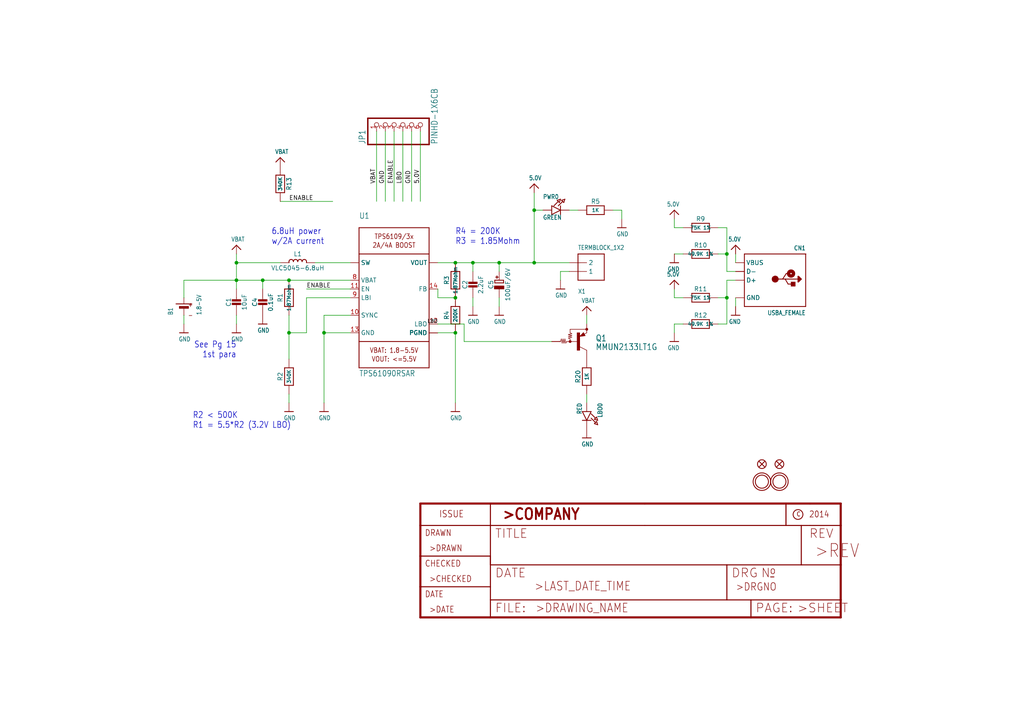
<source format=kicad_sch>
(kicad_sch (version 20211123) (generator eeschema)
  (paper "A4")
  (lib_symbols
    (symbol "eagleSchem-eagle-import:-PNP_DRIVER-SC59-BEC"
      (property "Reference" "T" (at -10.16 7.62 0))
      (property "Value" "-PNP_DRIVER-SC59-BEC" (at -10.16 5.08 0))
      (symbol "-PNP_DRIVER-SC59-BEC_1_0"
        (circle (center -2.286 0) (radius 0.254) (stroke (width 0.3048)))
        (rectangle (start -0.254 -2.54) (end 0.508 2.54) (fill (type outline)))
        (polyline (pts (xy -5.08 0) (xy -4.826 0.762)) (stroke (width 0.1524)))
        (polyline (pts (xy -4.826 0.762) (xy -4.572 -0.508)) (stroke (width 0.1524)))
        (polyline (pts (xy -4.572 -0.508) (xy -4.318 0.762)) (stroke (width 0.1524)))
        (polyline (pts (xy -4.318 0.762) (xy -4.064 -0.508)) (stroke (width 0.1524)))
        (polyline (pts (xy -4.064 -0.508) (xy -3.81 0.762)) (stroke (width 0.1524)))
        (polyline (pts (xy -3.81 0.762) (xy -3.556 -0.508)) (stroke (width 0.1524)))
        (polyline (pts (xy -3.556 -0.508) (xy -3.302 0)) (stroke (width 0.1524)))
        (polyline (pts (xy -3.302 0) (xy -2.286 0)) (stroke (width 0.1524)))
        (polyline (pts (xy -2.794 1.016) (xy -1.778 1.27)) (stroke (width 0.1524)))
        (polyline (pts (xy -2.794 1.524) (xy -1.778 1.778)) (stroke (width 0.1524)))
        (polyline (pts (xy -2.794 2.032) (xy -1.778 2.286)) (stroke (width 0.1524)))
        (polyline (pts (xy -2.286 0) (xy -2.286 0.762)) (stroke (width 0.1524)))
        (polyline (pts (xy -2.286 0) (xy -0.254 0)) (stroke (width 0.1524)))
        (polyline (pts (xy -2.286 0.762) (xy -2.794 1.016)) (stroke (width 0.1524)))
        (polyline (pts (xy -2.286 2.54) (xy -2.286 3.556)) (stroke (width 0.1524)))
        (polyline (pts (xy -2.286 3.556) (xy 2.54 3.556)) (stroke (width 0.1524)))
        (polyline (pts (xy -1.778 1.27) (xy -2.794 1.524)) (stroke (width 0.1524)))
        (polyline (pts (xy -1.778 1.778) (xy -2.794 2.032)) (stroke (width 0.1524)))
        (polyline (pts (xy -1.778 2.286) (xy -2.286 2.54)) (stroke (width 0.1524)))
        (polyline (pts (xy 0.5159 1.478) (xy 2.0861 1.6779)) (stroke (width 0.1524)))
        (polyline (pts (xy 0.762 1.651) (xy 1.778 1.778)) (stroke (width 0.254)))
        (polyline (pts (xy 1.143 1.905) (xy 1.524 1.905)) (stroke (width 0.254)))
        (polyline (pts (xy 1.524 2.159) (xy 1.143 1.905)) (stroke (width 0.254)))
        (polyline (pts (xy 1.524 2.413) (xy 0.762 1.651)) (stroke (width 0.254)))
        (polyline (pts (xy 1.5781 2.5941) (xy 0.5159 1.478)) (stroke (width 0.1524)))
        (polyline (pts (xy 1.778 1.778) (xy 1.524 2.159)) (stroke (width 0.254)))
        (polyline (pts (xy 1.905 1.778) (xy 1.524 2.413)) (stroke (width 0.254)))
        (polyline (pts (xy 2.0861 1.6779) (xy 1.5781 2.5941)) (stroke (width 0.1524)))
        (polyline (pts (xy 2.54 -2.54) (xy 0.508 -1.524)) (stroke (width 0.1524)))
        (polyline (pts (xy 2.54 2.54) (xy 1.808 2.1239)) (stroke (width 0.1524)))
        (circle (center 2.54 3.556) (radius 0.254) (stroke (width 0.3048)))
        (pin passive line (at -7.62 0 0) (length 2.54) (name "B") (number "B"))
        (pin passive line (at 2.54 -5.08 90) (length 2.54) (name "C") (number "C"))
        (pin passive line (at 2.54 5.08 270) (length 2.54) (name "E") (number "E"))
      )
    )
    (symbol "eagleSchem-eagle-import:5.0V" (power)
      (property "Value" "5.0V" (at -1.524 1.016 0))
      (symbol "5.0V_1_0"
        (polyline (pts (xy -1.27 -1.27) (xy 0 0)) (stroke (width 0.254)))
        (polyline (pts (xy 0 0) (xy 1.27 -1.27)) (stroke (width 0.254)))
        (pin power_in line (at 0 -2.54 90) (length 2.54) (name "5.0V") (number "1"))
      )
    )
    (symbol "eagleSchem-eagle-import:BATTERY"
      (property "Reference" "B" (at -2.54 3.175 0))
      (property "Value" "BATTERY" (at -2.54 -5.08 0))
      (symbol "BATTERY_1_0"
        (polyline (pts (xy -2.54 0) (xy -0.635 0)) (stroke (width 0.1524)))
        (polyline (pts (xy -0.508 -1.27) (xy -0.508 1.27)) (stroke (width 0.254)))
        (polyline (pts (xy -0.508 1.27) (xy -0.254 1.27)) (stroke (width 0.254)))
        (polyline (pts (xy -0.254 -1.27) (xy -0.508 -1.27)) (stroke (width 0.254)))
        (polyline (pts (xy -0.254 1.27) (xy -0.254 -1.27)) (stroke (width 0.254)))
        (polyline (pts (xy -0.254 1.27) (xy 0 1.27)) (stroke (width 0.254)))
        (polyline (pts (xy 0 -1.27) (xy -0.254 -1.27)) (stroke (width 0.254)))
        (polyline (pts (xy 0 1.27) (xy 0 -1.27)) (stroke (width 0.254)))
        (polyline (pts (xy 0.762 2.286) (xy 0.762 -2.286)) (stroke (width 0.254)))
        (polyline (pts (xy 0.889 0) (xy 2.54 0)) (stroke (width 0.1524)))
        (text "+" (at 1.27 -1.143 900) (effects (font (size 1.27 1.0795)) (justify right top)))
        (text "-" (at -1.778 -1.143 900) (effects (font (size 1.27 1.0795)) (justify right top)))
        (pin passive line (at -2.54 0 0) (length 0) (name "-") (number "1"))
        (pin passive line (at 2.54 0 180) (length 0) (name "+") (number "2"))
      )
    )
    (symbol "eagleSchem-eagle-import:CAP_CERAMIC0805-NOOUTLINE"
      (property "Reference" "C" (at -2.29 1.25 90))
      (property "Value" "CAP_CERAMIC0805-NOOUTLINE" (at 2.3 1.25 90))
      (symbol "CAP_CERAMIC0805-NOOUTLINE_1_0"
        (rectangle (start -1.27 0.508) (end 1.27 1.016) (fill (type outline)))
        (rectangle (start -1.27 1.524) (end 1.27 2.032) (fill (type outline)))
        (polyline (pts (xy 0 0.762) (xy 0 0)) (stroke (width 0.1524)))
        (polyline (pts (xy 0 2.54) (xy 0 1.778)) (stroke (width 0.1524)))
        (pin passive line (at 0 5.08 270) (length 2.54) (name "1") (number "1"))
        (pin passive line (at 0 -2.54 90) (length 2.54) (name "2") (number "2"))
      )
    )
    (symbol "eagleSchem-eagle-import:CAP_TANTALUMB{slash}3528_REFLOW"
      (property "Reference" "C" (at -2.39 1.25 90))
      (property "Value" "CAP_TANTALUMB{slash}3528_REFLOW" (at 2.5 1.25 90))
      (symbol "CAP_TANTALUMB{slash}3528_REFLOW_1_0"
        (rectangle (start -1.397 0) (end 1.397 0.889) (fill (type outline)))
        (polyline (pts (xy -1.27 1.778) (xy -1.27 2.54)) (stroke (width 0.254)))
        (polyline (pts (xy -1.27 2.54) (xy 1.27 2.54)) (stroke (width 0.254)))
        (polyline (pts (xy -1.016 3.429) (xy -0.254 3.429)) (stroke (width 0.254)))
        (polyline (pts (xy -0.635 3.81) (xy -0.635 3.048)) (stroke (width 0.254)))
        (polyline (pts (xy 1.27 1.778) (xy -1.27 1.778)) (stroke (width 0.254)))
        (polyline (pts (xy 1.27 2.54) (xy 1.27 1.778)) (stroke (width 0.254)))
        (pin passive line (at 0 5.08 270) (length 2.54) (name "+") (number "+"))
        (pin passive line (at 0 -2.54 90) (length 2.54) (name "-") (number "-"))
      )
    )
    (symbol "eagleSchem-eagle-import:FIDUCIAL{dblquote}{dblquote}"
      (symbol "FIDUCIAL{dblquote}{dblquote}_1_0"
        (polyline (pts (xy -0.762 0.762) (xy 0.762 -0.762)) (stroke (width 0.254)))
        (polyline (pts (xy 0.762 0.762) (xy -0.762 -0.762)) (stroke (width 0.254)))
        (circle (center 0 0) (radius 1.27) (stroke (width 0.254)))
      )
    )
    (symbol "eagleSchem-eagle-import:FRAME_A4"
      (symbol "FRAME_A4_1_0"
        (polyline (pts (xy 0 44.7675) (xy 3.81 44.7675)))
        (polyline (pts (xy 0 89.535) (xy 3.81 89.535)))
        (polyline (pts (xy 0 134.3025) (xy 3.81 134.3025)))
        (polyline (pts (xy 3.81 3.81) (xy 3.81 175.26)))
        (polyline (pts (xy 43.3917 0) (xy 43.3917 3.81)))
        (polyline (pts (xy 43.3917 175.26) (xy 43.3917 179.07)))
        (polyline (pts (xy 86.7833 0) (xy 86.7833 3.81)))
        (polyline (pts (xy 86.7833 175.26) (xy 86.7833 179.07)))
        (polyline (pts (xy 130.175 0) (xy 130.175 3.81)))
        (polyline (pts (xy 130.175 175.26) (xy 130.175 179.07)))
        (polyline (pts (xy 173.5667 0) (xy 173.5667 3.81)))
        (polyline (pts (xy 173.5667 175.26) (xy 173.5667 179.07)))
        (polyline (pts (xy 216.9583 0) (xy 216.9583 3.81)))
        (polyline (pts (xy 216.9583 175.26) (xy 216.9583 179.07)))
        (polyline (pts (xy 256.54 3.81) (xy 3.81 3.81)))
        (polyline (pts (xy 256.54 3.81) (xy 256.54 8.89)) (stroke (width 0.1016)))
        (polyline (pts (xy 256.54 3.81) (xy 256.54 175.26)))
        (polyline (pts (xy 256.54 8.89) (xy 256.54 13.97)) (stroke (width 0.1016)))
        (polyline (pts (xy 256.54 13.97) (xy 256.54 19.05)) (stroke (width 0.1016)))
        (polyline (pts (xy 256.54 19.05) (xy 256.54 36.83)) (stroke (width 0.1016)))
        (polyline (pts (xy 256.54 44.7675) (xy 260.35 44.7675)))
        (polyline (pts (xy 256.54 89.535) (xy 260.35 89.535)))
        (polyline (pts (xy 256.54 134.3025) (xy 260.35 134.3025)))
        (polyline (pts (xy 256.54 175.26) (xy 3.81 175.26)))
        (polyline (pts (xy 0 0) (xy 260.35 0) (xy 260.35 179.07) (xy 0 179.07) (xy 0 0)))
        (text "1" (at 21.6958 1.905 0) (effects (font (size 2.54 2.286))))
        (text "1" (at 21.6958 177.165 0) (effects (font (size 2.54 2.286))))
        (text "2" (at 65.0875 1.905 0) (effects (font (size 2.54 2.286))))
        (text "2" (at 65.0875 177.165 0) (effects (font (size 2.54 2.286))))
        (text "3" (at 108.4792 1.905 0) (effects (font (size 2.54 2.286))))
        (text "3" (at 108.4792 177.165 0) (effects (font (size 2.54 2.286))))
        (text "4" (at 151.8708 1.905 0) (effects (font (size 2.54 2.286))))
        (text "4" (at 151.8708 177.165 0) (effects (font (size 2.54 2.286))))
        (text "5" (at 195.2625 1.905 0) (effects (font (size 2.54 2.286))))
        (text "5" (at 195.2625 177.165 0) (effects (font (size 2.54 2.286))))
        (text "6" (at 238.6542 1.905 0) (effects (font (size 2.54 2.286))))
        (text "6" (at 238.6542 177.165 0) (effects (font (size 2.54 2.286))))
        (text "A" (at 1.905 156.6863 0) (effects (font (size 2.54 2.286))))
        (text "A" (at 258.445 156.6863 0) (effects (font (size 2.54 2.286))))
        (text "B" (at 1.905 111.9188 0) (effects (font (size 2.54 2.286))))
        (text "B" (at 258.445 111.9188 0) (effects (font (size 2.54 2.286))))
        (text "C" (at 1.905 67.1513 0) (effects (font (size 2.54 2.286))))
        (text "C" (at 258.445 67.1513 0) (effects (font (size 2.54 2.286))))
        (text "D" (at 1.905 22.3838 0) (effects (font (size 2.54 2.286))))
        (text "D" (at 258.445 22.3838 0) (effects (font (size 2.54 2.286))))
      )
      (symbol "FRAME_A4_2_0"
        (polyline (pts (xy 0 1.27) (xy 20.32 1.27)) (stroke (width 0.6096)))
        (polyline (pts (xy 0 10.16) (xy 0 1.27)) (stroke (width 0.6096)))
        (polyline (pts (xy 0 10.16) (xy 20.32 10.16)) (stroke (width 0.3048)))
        (polyline (pts (xy 0 19.05) (xy 0 10.16)) (stroke (width 0.6096)))
        (polyline (pts (xy 0 19.05) (xy 20.32 19.05)) (stroke (width 0.3048)))
        (polyline (pts (xy 0 27.94) (xy 0 19.05)) (stroke (width 0.6096)))
        (polyline (pts (xy 0 27.94) (xy 20.32 27.94)) (stroke (width 0.3048)))
        (polyline (pts (xy 0 34.29) (xy 0 27.94)) (stroke (width 0.6096)))
        (polyline (pts (xy 20.32 1.27) (xy 20.32 6.35)) (stroke (width 0.3048)))
        (polyline (pts (xy 20.32 1.27) (xy 95.885 1.27)) (stroke (width 0.6096)))
        (polyline (pts (xy 20.32 6.35) (xy 20.32 10.16)) (stroke (width 0.3048)))
        (polyline (pts (xy 20.32 6.35) (xy 88.9 6.35)) (stroke (width 0.3048)))
        (polyline (pts (xy 20.32 10.16) (xy 20.32 19.05)) (stroke (width 0.3048)))
        (polyline (pts (xy 20.32 16.51) (xy 20.32 19.05)) (stroke (width 0.3048)))
        (polyline (pts (xy 20.32 19.05) (xy 20.32 27.94)) (stroke (width 0.3048)))
        (polyline (pts (xy 20.32 27.94) (xy 20.32 34.29)) (stroke (width 0.3048)))
        (polyline (pts (xy 20.32 27.94) (xy 65.0875 27.94)) (stroke (width 0.3048)))
        (polyline (pts (xy 20.32 34.29) (xy 0 34.29)) (stroke (width 0.6096)))
        (polyline (pts (xy 65.0875 27.94) (xy 106.045 27.94)) (stroke (width 0.3048)))
        (polyline (pts (xy 65.0875 34.29) (xy 20.32 34.29)) (stroke (width 0.6096)))
        (polyline (pts (xy 88.9 6.35) (xy 95.885 6.35)) (stroke (width 0.3048)))
        (polyline (pts (xy 88.9 16.51) (xy 20.32 16.51)) (stroke (width 0.3048)))
        (polyline (pts (xy 88.9 16.51) (xy 88.9 6.35)) (stroke (width 0.3048)))
        (polyline (pts (xy 95.885 1.27) (xy 121.92 1.27)) (stroke (width 0.6096)))
        (polyline (pts (xy 95.885 6.35) (xy 95.885 1.27)) (stroke (width 0.3048)))
        (polyline (pts (xy 95.885 6.35) (xy 121.92 6.35)) (stroke (width 0.3048)))
        (polyline (pts (xy 101.6 13.0175) (xy 102.5525 13.0175)) (stroke (width 0.254)))
        (polyline (pts (xy 106.045 27.94) (xy 106.045 34.29)) (stroke (width 0.3048)))
        (polyline (pts (xy 106.045 27.94) (xy 110.49 27.94)) (stroke (width 0.3048)))
        (polyline (pts (xy 106.045 34.29) (xy 65.0875 34.29)) (stroke (width 0.6096)))
        (polyline (pts (xy 110.49 16.51) (xy 88.9 16.51)) (stroke (width 0.3048)))
        (polyline (pts (xy 110.49 27.94) (xy 110.49 16.51)) (stroke (width 0.3048)))
        (polyline (pts (xy 110.49 27.94) (xy 113.03 27.94)) (stroke (width 0.3048)))
        (polyline (pts (xy 113.03 27.94) (xy 121.92 27.94)) (stroke (width 0.3048)))
        (polyline (pts (xy 113.03 34.29) (xy 106.045 34.29)) (stroke (width 0.6096)))
        (polyline (pts (xy 121.92 6.35) (xy 121.92 1.27)) (stroke (width 0.6096)))
        (polyline (pts (xy 121.92 16.51) (xy 110.49 16.51)) (stroke (width 0.3048)))
        (polyline (pts (xy 121.92 16.51) (xy 121.92 6.35)) (stroke (width 0.6096)))
        (polyline (pts (xy 121.92 27.94) (xy 121.92 16.51)) (stroke (width 0.6096)))
        (polyline (pts (xy 121.92 34.29) (xy 113.03 34.29)) (stroke (width 0.6096)))
        (polyline (pts (xy 121.92 34.29) (xy 121.92 27.94)) (stroke (width 0.6096)))
        (circle (center 109.5375 31.115) (radius 1.4199) (stroke (width 0.254)))
        (text "2014" (at 112.7125 30.1625 0) (effects (font (size 1.778 1.5113)) (justify left bottom)))
        (text ">CHECKED" (at 2.54 11.43 0) (effects (font (size 1.778 1.5113)) (justify left bottom)))
        (text ">COMPANY" (at 23.6538 29.3687 0) (effects (font (size 3.175 2.6987) (thickness 0.5397) bold) (justify left bottom)))
        (text ">DATE" (at 2.54 2.54 0) (effects (font (size 1.778 1.5113)) (justify left bottom)))
        (text ">DRAWING_NAME" (at 33.3375 2.54 0) (effects (font (size 2.54 2.159)) (justify left bottom)))
        (text ">DRAWN" (at 2.54 20.32 0) (effects (font (size 1.778 1.5113)) (justify left bottom)))
        (text ">DRGNO" (at 91.44 8.89 0) (effects (font (size 2.1844 1.8567)) (justify left bottom)))
        (text ">LAST_DATE_TIME" (at 33.02 8.89 0) (effects (font (size 2.54 2.159)) (justify left bottom)))
        (text ">REV" (at 114.3 18.415 0) (effects (font (size 3.81 3.2385)) (justify left bottom)))
        (text ">SHEET" (at 109.22 2.54 0) (effects (font (size 2.54 2.54)) (justify left bottom)))
        (text "C" (at 109.0612 30.48 0) (effects (font (size 1.27 1.0795)) (justify left bottom)))
        (text "CHECKED" (at 1.27 15.875 0) (effects (font (size 1.778 1.5113)) (justify left bottom)))
        (text "DATE" (at 1.27 6.985 0) (effects (font (size 1.778 1.5113)) (justify left bottom)))
        (text "DATE" (at 21.59 12.7 0) (effects (font (size 2.54 2.54)) (justify left bottom)))
        (text "DRAWN" (at 1.27 24.765 0) (effects (font (size 1.778 1.5113)) (justify left bottom)))
        (text "DRG" (at 90.17 12.7 0) (effects (font (size 2.54 2.54)) (justify left bottom)))
        (text "FILE:" (at 21.59 2.54 0) (effects (font (size 2.54 2.54)) (justify left bottom)))
        (text "ISSUE" (at 5.3975 30.1625 0) (effects (font (size 1.9304 1.6408)) (justify left bottom)))
        (text "N" (at 98.7425 12.7 0) (effects (font (size 2.54 2.54)) (justify left bottom)))
        (text "o" (at 101.2825 13.6525 0) (effects (font (size 2.1844 1.8567)) (justify left bottom)))
        (text "PAGE:" (at 97.155 2.54 0) (effects (font (size 2.54 2.54)) (justify left bottom)))
        (text "REV" (at 112.7125 24.13 0) (effects (font (size 2.54 2.54)) (justify left bottom)))
        (text "TITLE" (at 21.59 24.13 0) (effects (font (size 2.54 2.54)) (justify left bottom)))
      )
    )
    (symbol "eagleSchem-eagle-import:GND" (power)
      (property "Value" "GND" (at -1.524 -2.54 0))
      (symbol "GND_1_0"
        (polyline (pts (xy -1.27 0) (xy 1.27 0)) (stroke (width 0.254)))
        (pin power_in line (at 0 2.54 270) (length 2.54) (name "GND") (number "1"))
      )
    )
    (symbol "eagleSchem-eagle-import:INDUCTORTDK_VLC5045"
      (property "Reference" "L" (at 0 2.54 0))
      (property "Value" "INDUCTORTDK_VLC5045" (at 0 -1.54 0))
      (symbol "INDUCTORTDK_VLC5045_1_0"
        (arc (start -1.27 0.3175) (mid -1.905 0.9524) (end -2.54 0.3175) (stroke (width 0.254)))
        (polyline (pts (xy -2.54 0.3175) (xy -2.54 0)) (stroke (width 0.254)))
        (polyline (pts (xy 2.54 0.3175) (xy 2.54 0)) (stroke (width 0.254)))
        (arc (start 0 0.3175) (mid -0.635 0.9524) (end -1.27 0.3175) (stroke (width 0.254)))
        (arc (start 1.27 0.3175) (mid 0.635 0.9524) (end 0 0.3175) (stroke (width 0.254)))
        (arc (start 2.54 0.3175) (mid 1.905 0.9524) (end 1.27 0.3175) (stroke (width 0.254)))
        (pin passive line (at -5.08 0 0) (length 2.54) (name "1") (number "P$1"))
        (pin passive line (at 5.08 0 180) (length 2.54) (name "2") (number "P$2"))
      )
    )
    (symbol "eagleSchem-eagle-import:LED0805_NOOUTLINE"
      (property "Reference" "LED" (at -5.08 3.175 0))
      (property "Value" "LED0805_NOOUTLINE" (at -5.08 -2.794 0))
      (symbol "LED0805_NOOUTLINE_1_0"
        (polyline (pts (xy -2.54 -1.27) (xy 0 0)) (stroke (width 0.254)))
        (polyline (pts (xy -2.54 1.27) (xy -2.54 -1.27)) (stroke (width 0.254)))
        (polyline (pts (xy -1.905 1.27) (xy -0.635 2.54)) (stroke (width 0.254)))
        (polyline (pts (xy -0.9525 2.8575) (xy -0.3175 2.2225)) (stroke (width 0.254)))
        (polyline (pts (xy -0.635 1.27) (xy 0.635 2.54)) (stroke (width 0.254)))
        (polyline (pts (xy -0.3175 2.2225) (xy 0 3.175)) (stroke (width 0.254)))
        (polyline (pts (xy 0 0) (xy -2.54 1.27)) (stroke (width 0.254)))
        (polyline (pts (xy 0 0) (xy 0 -1.27)) (stroke (width 0.254)))
        (polyline (pts (xy 0 1.27) (xy 0 0)) (stroke (width 0.254)))
        (polyline (pts (xy 0 3.175) (xy -0.9525 2.8575)) (stroke (width 0.254)))
        (polyline (pts (xy 0.3175 2.8575) (xy 0.9525 2.2225)) (stroke (width 0.254)))
        (polyline (pts (xy 0.9525 2.2225) (xy 1.27 3.175)) (stroke (width 0.254)))
        (polyline (pts (xy 1.27 3.175) (xy 0.3175 2.8575)) (stroke (width 0.254)))
        (pin passive line (at -5.08 0 0) (length 2.54) (name "A") (number "A"))
        (pin passive line (at 2.54 0 180) (length 2.54) (name "C") (number "C"))
      )
    )
    (symbol "eagleSchem-eagle-import:MOUNTINGHOLE2.5"
      (symbol "MOUNTINGHOLE2.5_1_0"
        (circle (center 0 0) (radius 1.905) (stroke (width 0.254)))
        (circle (center 0 0) (radius 2.54) (stroke (width 0.254)))
      )
    )
    (symbol "eagleSchem-eagle-import:PINHD-1X6CB"
      (property "Reference" "JP" (at -6.35 10.795 0))
      (property "Value" "PINHD-1X6CB" (at -6.35 -10.16 0))
      (symbol "PINHD-1X6CB_1_0"
        (polyline (pts (xy -6.35 -7.62) (xy 1.27 -7.62)) (stroke (width 0.4064)))
        (polyline (pts (xy -6.35 10.16) (xy -6.35 -7.62)) (stroke (width 0.4064)))
        (polyline (pts (xy 1.27 -7.62) (xy 1.27 10.16)) (stroke (width 0.4064)))
        (polyline (pts (xy 1.27 10.16) (xy -6.35 10.16)) (stroke (width 0.4064)))
        (pin passive inverted (at -2.54 7.62 0) (length 2.54) (name "1") (number "1"))
        (pin passive inverted (at -2.54 5.08 0) (length 2.54) (name "2") (number "2"))
        (pin passive inverted (at -2.54 2.54 0) (length 2.54) (name "3") (number "3"))
        (pin passive inverted (at -2.54 0 0) (length 2.54) (name "4") (number "4"))
        (pin passive inverted (at -2.54 -2.54 0) (length 2.54) (name "5") (number "5"))
        (pin passive inverted (at -2.54 -5.08 0) (length 2.54) (name "6") (number "6"))
      )
    )
    (symbol "eagleSchem-eagle-import:RESISTOR0805_NOOUTLINE"
      (property "Reference" "R" (at 0 2.54 0))
      (property "Value" "RESISTOR0805_NOOUTLINE" (at 0 0 0))
      (symbol "RESISTOR0805_NOOUTLINE_1_0"
        (polyline (pts (xy -2.54 -1.27) (xy -2.54 1.27)) (stroke (width 0.254)))
        (polyline (pts (xy -2.54 1.27) (xy 2.54 1.27)) (stroke (width 0.254)))
        (polyline (pts (xy 2.54 -1.27) (xy -2.54 -1.27)) (stroke (width 0.254)))
        (polyline (pts (xy 2.54 1.27) (xy 2.54 -1.27)) (stroke (width 0.254)))
        (pin passive line (at -5.08 0 0) (length 2.54) (name "1") (number "1"))
        (pin passive line (at 5.08 0 180) (length 2.54) (name "2") (number "2"))
      )
    )
    (symbol "eagleSchem-eagle-import:TERMBLOCK_1X2"
      (property "Reference" "X" (at -2.54 7.62 0))
      (property "Value" "TERMBLOCK_1X2" (at -2.54 -5.08 0))
      (symbol "TERMBLOCK_1X2_1_0"
        (polyline (pts (xy -2.54 -2.54) (xy 5.08 -2.54)) (stroke (width 0.254)))
        (polyline (pts (xy -2.54 5.08) (xy -2.54 -2.54)) (stroke (width 0.254)))
        (polyline (pts (xy 5.08 -2.54) (xy 5.08 5.08)) (stroke (width 0.254)))
        (polyline (pts (xy 5.08 5.08) (xy -2.54 5.08)) (stroke (width 0.254)))
        (pin passive line (at -5.08 2.54 0) (length 5.08) (name "1") (number "1"))
        (pin passive line (at -5.08 0 0) (length 5.08) (name "2") (number "2"))
      )
    )
    (symbol "eagleSchem-eagle-import:USB_TYPEAPTHFML"
      (property "Reference" "X" (at -10.16 8.636 0))
      (property "Value" "USB_TYPEAPTHFML" (at -10.16 -10.16 0))
      (symbol "USB_TYPEAPTHFML_1_0"
        (rectangle (start -7.12 -1.72) (end -5.92 -0.52) (fill (type outline)))
        (circle (center -5.92 1.93) (radius 0.2) (stroke (width 1)))
        (circle (center -1.32 0.33) (radius 0.5) (stroke (width 1)))
        (polyline (pts (xy -10.2 7.62) (xy -10.16 7.62)) (stroke (width 0.254)))
        (polyline (pts (xy -10.16 -7.62) (xy 7.62 -7.62)) (stroke (width 0.254)))
        (polyline (pts (xy -10.16 7.62) (xy -10.16 -7.62)) (stroke (width 0.254)))
        (polyline (pts (xy -10.16 7.62) (xy 7.62 7.62)) (stroke (width 0.254)))
        (polyline (pts (xy -8.92 0.33) (xy -8.12 1.13)) (stroke (width 0.254)))
        (polyline (pts (xy -8.52 0.13) (xy -8.32 -0.07)) (stroke (width 0.254)))
        (polyline (pts (xy -8.52 0.33) (xy -8.52 0.13)) (stroke (width 0.254)))
        (polyline (pts (xy -8.32 -0.07) (xy -8.32 0.73)) (stroke (width 0.254)))
        (polyline (pts (xy -8.32 0.73) (xy -8.72 0.33)) (stroke (width 0.254)))
        (polyline (pts (xy -8.12 -0.47) (xy -8.92 0.33)) (stroke (width 0.254)))
        (polyline (pts (xy -8.12 -0.27) (xy -8.12 1.13)) (stroke (width 0.254)))
        (polyline (pts (xy -8.12 1.13) (xy -7.92 1.13)) (stroke (width 0.254)))
        (polyline (pts (xy -7.92 -0.47) (xy -8.12 -0.47)) (stroke (width 0.254)))
        (polyline (pts (xy -7.92 0.33) (xy -7.92 -0.47)) (stroke (width 0.254)))
        (polyline (pts (xy -7.92 1.13) (xy -7.92 0.33)) (stroke (width 0.254)))
        (polyline (pts (xy -6.27 -1.12) (xy -5.07 -1.12)) (stroke (width 0.254)))
        (polyline (pts (xy -5.52 1.93) (xy -4.52 1.93)) (stroke (width 0.254)))
        (polyline (pts (xy -5.07 -1.12) (xy -4.22 0.33)) (stroke (width 0.254)))
        (polyline (pts (xy -4.52 1.93) (xy -3.47 0.33)) (stroke (width 0.254)))
        (polyline (pts (xy -4.22 0.33) (xy -7.92 0.33)) (stroke (width 0.254)))
        (polyline (pts (xy -3.47 0.33) (xy -4.22 0.33)) (stroke (width 0.254)))
        (polyline (pts (xy -1.32 0.33) (xy -3.47 0.33)) (stroke (width 0.254)))
        (polyline (pts (xy 7.62 7.62) (xy 7.62 -7.62)) (stroke (width 0.254)))
        (pin bidirectional line (at 10.16 0 180) (length 2.54) (name "D+") (number "D+"))
        (pin bidirectional line (at 10.16 2.54 180) (length 2.54) (name "D-") (number "D-"))
        (pin power_in line (at 10.16 -5.08 180) (length 2.54) (name "GND") (number "GND"))
        (pin power_in line (at 10.16 5.08 180) (length 2.54) (name "VBUS") (number "VBUS"))
      )
    )
    (symbol "eagleSchem-eagle-import:VBAT" (power)
      (property "Value" "VBAT" (at -1.524 1.016 0))
      (symbol "VBAT_1_0"
        (polyline (pts (xy -1.27 -1.27) (xy 0 0)) (stroke (width 0.254)))
        (polyline (pts (xy 0 0) (xy 1.27 -1.27)) (stroke (width 0.254)))
        (pin power_in line (at 0 -2.54 90) (length 2.54) (name "VBAT") (number "1"))
      )
    )
    (symbol "eagleSchem-eagle-import:VREG_TPS6103X"
      (property "Reference" "U" (at -10.16 22.86 0))
      (property "Value" "VREG_TPS6103X" (at -10.16 -22.86 0))
      (symbol "VREG_TPS6103X_1_0"
        (polyline (pts (xy -10.16 -20.32) (xy 10.16 -20.32)) (stroke (width 0.254)))
        (polyline (pts (xy -10.16 -12.7) (xy -10.16 -20.32)) (stroke (width 0.254)))
        (polyline (pts (xy -10.16 -12.7) (xy -10.16 12.7)) (stroke (width 0.254)))
        (polyline (pts (xy -10.16 12.7) (xy -10.16 20.32)) (stroke (width 0.254)))
        (polyline (pts (xy -10.16 12.7) (xy 10.16 12.7)) (stroke (width 0.254)))
        (polyline (pts (xy -10.16 20.32) (xy 10.16 20.32)) (stroke (width 0.254)))
        (polyline (pts (xy 10.16 -20.32) (xy 10.16 -12.7)) (stroke (width 0.254)))
        (polyline (pts (xy 10.16 -12.7) (xy -10.16 -12.7)) (stroke (width 0.254)))
        (polyline (pts (xy 10.16 12.7) (xy 10.16 -12.7)) (stroke (width 0.254)))
        (polyline (pts (xy 10.16 20.32) (xy 10.16 12.7)) (stroke (width 0.254)))
        (text "2A/4A BOOST" (at 0 15.24 0) (effects (font (size 1.4224 1.209))))
        (text "TPS6109/3x" (at 0 17.78 0) (effects (font (size 1.4224 1.209))))
        (text "VBAT: 1.8-5.5V" (at 0 -15.24 0) (effects (font (size 1.4224 1.209))))
        (text "VOUT: <=5.5V" (at 0 -17.78 0) (effects (font (size 1.4224 1.209))))
        (pin power_in line (at 12.7 10.16 180) (length 2.54) (name "VOUT") (number "1"))
        (pin input line (at -12.7 -5.08 0) (length 2.54) (name "SYNC") (number "10"))
        (pin input line (at -12.7 2.54 0) (length 2.54) (name "EN") (number "11"))
        (pin output line (at 12.7 -7.62 180) (length 2.54) (name "LBO") (number "12"))
        (pin power_in line (at -12.7 -10.16 0) (length 2.54) (name "GND") (number "13"))
        (pin input line (at 12.7 2.54 180) (length 2.54) (name "FB") (number "14"))
        (pin power_in line (at 12.7 10.16 180) (length 2.54) (name "VOUT") (number "15"))
        (pin power_in line (at 12.7 10.16 180) (length 2.54) (name "VOUT") (number "16"))
        (pin input line (at -12.7 10.16 0) (length 2.54) (name "SW") (number "3"))
        (pin input line (at -12.7 10.16 0) (length 2.54) (name "SW") (number "4"))
        (pin power_in line (at 12.7 -10.16 180) (length 2.54) (name "PGND") (number "5"))
        (pin power_in line (at 12.7 -10.16 180) (length 2.54) (name "PGND") (number "6"))
        (pin power_in line (at 12.7 -10.16 180) (length 2.54) (name "PGND") (number "7"))
        (pin input line (at -12.7 5.08 0) (length 2.54) (name "VBAT") (number "8"))
        (pin input line (at -12.7 0 0) (length 2.54) (name "LBI") (number "9"))
        (pin power_in line (at 12.7 -10.16 180) (length 2.54) (name "PGND") (number "P$18"))
        (pin power_in line (at 12.7 -10.16 180) (length 2.54) (name "PGND") (number "P$19"))
        (pin power_in line (at 12.7 -10.16 180) (length 2.54) (name "PGND") (number "P$20"))
        (pin power_in line (at 12.7 -10.16 180) (length 2.54) (name "PGND") (number "P$21"))
        (pin power_in line (at 12.7 -10.16 180) (length 2.54) (name "PGND") (number "P$22"))
        (pin power_in line (at 12.7 -10.16 180) (length 2.54) (name "PGND") (number "THERMAL"))
      )
    )
  )
  (junction (at 154.94 60.96))
  (junction (at 210.82 73.66))
  (junction (at 137.16 76.2))
  (junction (at 76.2 81.28))
  (junction (at 154.94 76.2))
  (junction (at 93.98 96.52))
  (junction (at 83.82 96.52))
  (junction (at 144.78 76.2))
  (junction (at 83.82 81.28))
  (junction (at 68.58 81.28))
  (junction (at 132.08 86.36))
  (junction (at 132.08 76.2))
  (junction (at 132.08 96.52))
  (junction (at 68.58 76.2))
  (junction (at 210.82 86.36))
  (wire (pts (xy 114.3 38.1) (xy 114.3 58.42)))
  (wire (pts (xy 68.58 76.2) (xy 68.58 81.28)))
  (wire (pts (xy 144.78 76.2) (xy 144.78 78.74)))
  (wire (pts (xy 111.76 58.42) (xy 111.76 38.1)))
  (wire (pts (xy 93.98 96.52) (xy 93.98 116.84)))
  (wire (pts (xy 101.6 83.82) (xy 88.9 83.82)))
  (wire (pts (xy 195.58 66.04) (xy 195.58 63.5)))
  (wire (pts (xy 83.82 96.52) (xy 83.82 91.44)))
  (wire (pts (xy 88.9 96.52) (xy 88.9 86.36)))
  (wire (pts (xy 132.08 96.52) (xy 132.08 116.84)))
  (wire (pts (xy 210.82 86.36) (xy 210.82 93.98)))
  (wire (pts (xy 210.82 73.66) (xy 210.82 66.04)))
  (wire (pts (xy 127 96.52) (xy 132.08 96.52)))
  (wire (pts (xy 83.82 81.28) (xy 76.2 81.28)))
  (wire (pts (xy 81.28 76.2) (xy 68.58 76.2)))
  (wire (pts (xy 198.12 66.04) (xy 195.58 66.04)))
  (wire (pts (xy 157.48 60.96) (xy 154.94 60.96)))
  (wire (pts (xy 137.16 78.74) (xy 137.16 76.2)))
  (wire (pts (xy 68.58 81.28) (xy 68.58 83.82)))
  (wire (pts (xy 195.58 86.36) (xy 195.58 83.82)))
  (wire (pts (xy 137.16 86.36) (xy 137.16 88.9)))
  (wire (pts (xy 162.56 78.74) (xy 162.56 81.28)))
  (wire (pts (xy 210.82 86.36) (xy 208.28 86.36)))
  (wire (pts (xy 154.94 76.2) (xy 154.94 60.96)))
  (wire (pts (xy 116.84 38.1) (xy 116.84 58.42)))
  (wire (pts (xy 83.82 116.84) (xy 83.82 114.3)))
  (wire (pts (xy 177.8 60.96) (xy 180.34 60.96)))
  (wire (pts (xy 83.82 96.52) (xy 83.82 104.14)))
  (wire (pts (xy 127 93.98) (xy 134.62 93.98)))
  (wire (pts (xy 101.6 81.28) (xy 83.82 81.28)))
  (wire (pts (xy 101.6 76.2) (xy 91.44 76.2)))
  (wire (pts (xy 165.1 76.2) (xy 154.94 76.2)))
  (wire (pts (xy 127 76.2) (xy 132.08 76.2)))
  (wire (pts (xy 144.78 86.36) (xy 144.78 88.9)))
  (wire (pts (xy 195.58 93.98) (xy 195.58 96.52)))
  (wire (pts (xy 134.62 93.98) (xy 134.62 99.06)))
  (wire (pts (xy 127 83.82) (xy 127 86.36)))
  (wire (pts (xy 198.12 93.98) (xy 195.58 93.98)))
  (wire (pts (xy 121.92 38.1) (xy 121.92 58.42)))
  (wire (pts (xy 144.78 76.2) (xy 154.94 76.2)))
  (wire (pts (xy 68.58 91.44) (xy 68.58 93.98)))
  (wire (pts (xy 154.94 60.96) (xy 154.94 55.88)))
  (wire (pts (xy 210.82 93.98) (xy 208.28 93.98)))
  (wire (pts (xy 165.1 60.96) (xy 167.64 60.96)))
  (wire (pts (xy 170.18 93.98) (xy 170.18 91.44)))
  (wire (pts (xy 210.82 66.04) (xy 208.28 66.04)))
  (wire (pts (xy 96.52 58.42) (xy 81.28 58.42)))
  (wire (pts (xy 76.2 83.82) (xy 76.2 81.28)))
  (wire (pts (xy 210.82 81.28) (xy 210.82 86.36)))
  (wire (pts (xy 88.9 96.52) (xy 83.82 96.52)))
  (wire (pts (xy 180.34 60.96) (xy 180.34 63.5)))
  (wire (pts (xy 68.58 76.2) (xy 68.58 73.66)))
  (wire (pts (xy 162.56 78.74) (xy 165.1 78.74)))
  (wire (pts (xy 101.6 91.44) (xy 93.98 91.44)))
  (wire (pts (xy 76.2 81.28) (xy 68.58 81.28)))
  (wire (pts (xy 109.22 38.1) (xy 109.22 58.42)))
  (wire (pts (xy 93.98 91.44) (xy 93.98 96.52)))
  (wire (pts (xy 213.36 86.36) (xy 213.36 88.9)))
  (wire (pts (xy 198.12 73.66) (xy 195.58 73.66)))
  (wire (pts (xy 53.34 81.28) (xy 68.58 81.28)))
  (wire (pts (xy 134.62 99.06) (xy 160.02 99.06)))
  (wire (pts (xy 127 86.36) (xy 132.08 86.36)))
  (wire (pts (xy 101.6 96.52) (xy 93.98 96.52)))
  (wire (pts (xy 137.16 76.2) (xy 144.78 76.2)))
  (wire (pts (xy 101.6 86.36) (xy 88.9 86.36)))
  (wire (pts (xy 132.08 76.2) (xy 137.16 76.2)))
  (wire (pts (xy 198.12 86.36) (xy 195.58 86.36)))
  (wire (pts (xy 213.36 78.74) (xy 210.82 78.74)))
  (wire (pts (xy 213.36 76.2) (xy 213.36 73.66)))
  (wire (pts (xy 213.36 81.28) (xy 210.82 81.28)))
  (wire (pts (xy 53.34 81.28) (xy 53.34 86.36)))
  (wire (pts (xy 170.18 116.84) (xy 170.18 114.3)))
  (wire (pts (xy 53.34 91.44) (xy 53.34 93.98)))
  (wire (pts (xy 210.82 78.74) (xy 210.82 73.66)))
  (wire (pts (xy 119.38 38.1) (xy 119.38 58.42)))
  (wire (pts (xy 210.82 73.66) (xy 208.28 73.66)))
  (text "6.8uH power\nw/2A current" (at 78.74 71.12 180) (effects (font (size 1.778 1.5113)) (justify left bottom)))
  (text "R4 = 200K\nR3 = 1.85Mohm" (at 132.08 71.12 180) (effects (font (size 1.778 1.5113)) (justify left bottom)))
  (text "R2 < 500K\nR1 = 5.5*R2 (3.2V LBO)" (at 55.88 124.46 180) (effects (font (size 1.778 1.5113)) (justify left bottom)))
  (text "See Pg 15\n1st para" (at 68.58 99.06 180) (effects (font (size 1.778 1.5113)) (justify right top)))
  (label "GND" (at 119.38 53.34 90) (effects (font (size 1.2446 1.2446))))
  (label "ENABLE" (at 88.9 83.82 0) (effects (font (size 1.2446 1.2446))))
  (label "GND" (at 111.76 53.34 90) (effects (font (size 1.2446 1.2446))))
  (label "VBAT" (at 109.22 53.34 90) (effects (font (size 1.2446 1.2446))))
  (label "5.0V" (at 121.92 53.34 90) (effects (font (size 1.2446 1.2446))))
  (label "ENABLE" (at 114.3 53.34 90) (effects (font (size 1.2446 1.2446))))
  (label "ENABLE" (at 83.82 58.42 0) (effects (font (size 1.2446 1.2446))))
  (label "LBO" (at 116.84 53.34 90) (effects (font (size 1.2446 1.2446))))
  (label "LBO" (at 127 93.98 180) (effects (font (size 1.016 1.016))))
  (symbol (lib_id "eagleSchem-eagle-import:RESISTOR0805_NOOUTLINE") (at 203.2 73.66 0) (mirror y) (unit 1)
    (property "Reference" "R10" (at 203.2 71.12 0))
    (property "Value" "49.9K 1%" (at 203.2 73.66 0) (effects (font (size 1.016 1.016) bold)))
    (property "Footprint" "eagleSchem:0805-NO" (effects hide))
  )
  (symbol (lib_id "eagleSchem-eagle-import:CAP_TANTALUMB{slash}3528_REFLOW") (at 144.78 83.82 0) (unit 1)
    (property "Reference" "C5" (at 142.39 82.57 90))
    (property "Value" "100uF/6V" (at 147.28 82.57 90))
    (property "Footprint" "eagleSchem:EIA3528-21_B-R" (effects hide))
  )
  (symbol (lib_id "eagleSchem-eagle-import:VREG_TPS6103X") (at 114.3 86.36 0) (unit 1)
    (property "Reference" "U1" (at 104.14 63.5 0) (effects (font (size 1.6764 1.4249)) (justify left bottom)))
    (property "Value" "TPS61090RSAR" (at 104.14 109.22 0) (effects (font (size 1.6764 1.4249)) (justify left bottom)))
    (property "Footprint" "eagleSchem:PVQFN-16" (effects hide))
  )
  (symbol (lib_id "eagleSchem-eagle-import:BATTERY") (at 53.34 88.9 90) (unit 1)
    (property "Reference" "B1" (at 50.165 91.44 0) (effects (font (size 1.27 1.0795)) (justify left bottom)))
    (property "Value" "1.8-5V" (at 58.42 91.44 0) (effects (font (size 1.27 1.0795)) (justify left bottom)))
    (property "Footprint" "eagleSchem:JSTPH2" (effects hide))
  )
  (symbol (lib_id "eagleSchem-eagle-import:FIDUCIAL{dblquote}{dblquote}") (at 226.06 134.62 0) (unit 1)
    (property "Reference" "FID2" (effects hide))
    (property "Value" "FIDUCIAL{dblquote}{dblquote}" (effects hide))
    (property "Footprint" "eagleSchem:FIDUCIAL_1MM" (effects hide))
  )
  (symbol (lib_id "eagleSchem-eagle-import:VBAT") (at 170.18 88.9 0) (unit 1)
    (property "Reference" "#U$11" (effects hide))
    (property "Value" "VBAT" (at 168.656 87.884 0) (effects (font (size 1.27 1.0795)) (justify left bottom)))
    (property "Footprint" "eagleSchem:" (effects hide))
  )
  (symbol (lib_id "eagleSchem-eagle-import:LED0805_NOOUTLINE") (at 162.56 60.96 0) (unit 1)
    (property "Reference" "PWR0" (at 157.48 57.785 0) (effects (font (size 1.27 1.0795)) (justify left bottom)))
    (property "Value" "GREEN" (at 157.48 63.754 0) (effects (font (size 1.27 1.0795)) (justify left bottom)))
    (property "Footprint" "eagleSchem:CHIPLED_0805_NOOUTLINE" (effects hide))
  )
  (symbol (lib_id "eagleSchem-eagle-import:GND") (at 195.58 76.2 0) (mirror y) (unit 1)
    (property "Reference" "#U$18" (effects hide))
    (property "Value" "GND" (at 197.104 78.74 0) (effects (font (size 1.27 1.0795)) (justify left bottom)))
    (property "Footprint" "eagleSchem:" (effects hide))
  )
  (symbol (lib_id "eagleSchem-eagle-import:FIDUCIAL{dblquote}{dblquote}") (at 220.98 134.62 0) (unit 1)
    (property "Reference" "FID3" (effects hide))
    (property "Value" "FIDUCIAL{dblquote}{dblquote}" (effects hide))
    (property "Footprint" "eagleSchem:FIDUCIAL_1MM" (effects hide))
    (property "Value" "FIDUCIAL{dblquote}{dblquote}" (effects hide))
  )
  (symbol (lib_id "eagleSchem-eagle-import:TERMBLOCK_1X2") (at 170.18 76.2 0) (mirror x) (unit 1)
    (property "Reference" "X1" (at 167.64 83.82 0) (effects (font (size 1.27 1.0795)) (justify left bottom)))
    (property "Value" "TERMBLOCK_1X2" (at 167.64 71.12 0) (effects (font (size 1.27 1.0795)) (justify left bottom)))
    (property "Footprint" "eagleSchem:TERMBLOCK_1X2-3.5MM" (effects hide))
  )
  (symbol (lib_id "eagleSchem-eagle-import:GND") (at 213.36 91.44 0) (mirror y) (unit 1)
    (property "Reference" "#U$22" (effects hide))
    (property "Value" "GND" (at 214.884 93.98 0) (effects (font (size 1.27 1.0795)) (justify left bottom)))
    (property "Footprint" "eagleSchem:" (effects hide))
  )
  (symbol (lib_id "eagleSchem-eagle-import:INDUCTORTDK_VLC5045") (at 86.36 76.2 0) (unit 1)
    (property "Reference" "L1" (at 86.36 73.66 0))
    (property "Value" "VLC5045-6.8uH" (at 86.36 77.74 0))
    (property "Footprint" "eagleSchem:INDUCTOR_5X5MM_TDK_VLC5045" (effects hide))
  )
  (symbol (lib_id "eagleSchem-eagle-import:USB_TYPEAPTHFML") (at 223.52 81.28 0) (mirror y) (unit 1)
    (property "Reference" "CN1" (at 233.68 72.644 0) (effects (font (size 1.27 1.0795)) (justify left bottom)))
    (property "Value" "USBA_FEMALE" (at 233.68 91.44 0) (effects (font (size 1.27 1.0795)) (justify left bottom)))
    (property "Footprint" "eagleSchem:USB_HOST-PTH" (effects hide))
  )
  (symbol (lib_id "eagleSchem-eagle-import:GND") (at 76.2 93.98 0) (unit 1)
    (property "Reference" "#U$24" (effects hide))
    (property "Value" "GND" (at 74.676 96.52 0) (effects (font (size 1.27 1.0795)) (justify left bottom)))
    (property "Footprint" "eagleSchem:" (effects hide))
  )
  (symbol (lib_id "eagleSchem-eagle-import:RESISTOR0805_NOOUTLINE") (at 132.08 81.28 90) (unit 1)
    (property "Reference" "R3" (at 129.54 81.28 0))
    (property "Value" "1.87Mohm" (at 132.08 81.28 0) (effects (font (size 1.016 1.016) bold)))
    (property "Footprint" "eagleSchem:0805-NO" (effects hide))
  )
  (symbol (lib_id "eagleSchem-eagle-import:RESISTOR0805_NOOUTLINE") (at 83.82 109.22 90) (unit 1)
    (property "Reference" "R2" (at 81.28 109.22 0))
    (property "Value" "340K" (at 83.82 109.22 0) (effects (font (size 1.016 1.016) bold)))
    (property "Footprint" "eagleSchem:0805-NO" (effects hide))
  )
  (symbol (lib_id "eagleSchem-eagle-import:CAP_CERAMIC0805-NOOUTLINE") (at 137.16 83.82 0) (unit 1)
    (property "Reference" "C2" (at 134.87 82.57 90))
    (property "Value" "2.2uF" (at 139.46 82.57 90))
    (property "Footprint" "eagleSchem:0805-NO" (effects hide))
  )
  (symbol (lib_id "eagleSchem-eagle-import:GND") (at 195.58 99.06 0) (mirror y) (unit 1)
    (property "Reference" "#U$21" (effects hide))
    (property "Value" "GND" (at 197.104 101.6 0) (effects (font (size 1.27 1.0795)) (justify left bottom)))
    (property "Footprint" "eagleSchem:" (effects hide))
  )
  (symbol (lib_id "eagleSchem-eagle-import:RESISTOR0805_NOOUTLINE") (at 81.28 53.34 270) (unit 1)
    (property "Reference" "R13" (at 83.82 53.34 0))
    (property "Value" "340K" (at 81.28 53.34 0) (effects (font (size 1.016 1.016) bold)))
    (property "Footprint" "eagleSchem:0805-NO" (effects hide))
  )
  (symbol (lib_id "eagleSchem-eagle-import:GND") (at 68.58 96.52 0) (unit 1)
    (property "Reference" "#U$4" (effects hide))
    (property "Value" "GND" (at 67.056 99.06 0) (effects (font (size 1.27 1.0795)) (justify left bottom)))
    (property "Footprint" "eagleSchem:" (effects hide))
  )
  (symbol (lib_id "eagleSchem-eagle-import:GND") (at 162.56 83.82 0) (unit 1)
    (property "Reference" "#U$9" (effects hide))
    (property "Value" "GND" (at 161.036 86.36 0) (effects (font (size 1.27 1.0795)) (justify left bottom)))
    (property "Footprint" "eagleSchem:" (effects hide))
  )
  (symbol (lib_id "eagleSchem-eagle-import:PINHD-1X6CB") (at 116.84 35.56 90) (unit 1)
    (property "Reference" "JP1" (at 106.045 41.91 0) (effects (font (size 1.778 1.5113)) (justify left bottom)))
    (property "Value" "PINHD-1X6CB" (at 127 41.91 0) (effects (font (size 1.778 1.5113)) (justify left bottom)))
    (property "Footprint" "eagleSchem:1X06-CLEANBIG" (effects hide))
  )
  (symbol (lib_id "eagleSchem-eagle-import:FRAME_A4") (at 121.92 180.34 0) (unit 2)
    (property "Reference" "#FRAME1" (effects hide))
    (property "Value" "FRAME_A4" (effects hide))
    (property "Footprint" "eagleSchem:" (effects hide))
  )
  (symbol (lib_id "eagleSchem-eagle-import:MOUNTINGHOLE2.5") (at 220.98 139.7 0) (unit 1)
    (property "Reference" "U$12" (effects hide))
    (property "Value" "MOUNTINGHOLE2.5" (effects hide))
    (property "Footprint" "eagleSchem:MOUNTINGHOLE_2.5_PLATED" (effects hide))
  )
  (symbol (lib_id "eagleSchem-eagle-import:5.0V") (at 154.94 53.34 0) (unit 1)
    (property "Reference" "#U$7" (effects hide))
    (property "Value" "5.0V" (at 153.416 52.324 0) (effects (font (size 1.27 1.0795)) (justify left bottom)))
    (property "Footprint" "eagleSchem:" (effects hide))
  )
  (symbol (lib_id "eagleSchem-eagle-import:MOUNTINGHOLE2.5") (at 226.06 139.7 0) (unit 1)
    (property "Reference" "U$10" (effects hide))
    (property "Value" "MOUNTINGHOLE2.5" (effects hide))
    (property "Footprint" "eagleSchem:MOUNTINGHOLE_2.5_PLATED" (effects hide))
  )
  (symbol (lib_id "eagleSchem-eagle-import:RESISTOR0805_NOOUTLINE") (at 203.2 66.04 0) (mirror y) (unit 1)
    (property "Reference" "R9" (at 203.2 63.5 0))
    (property "Value" "75K 1%" (at 203.2 66.04 0) (effects (font (size 1.016 1.016) bold)))
    (property "Footprint" "eagleSchem:0805-NO" (effects hide))
  )
  (symbol (lib_id "eagleSchem-eagle-import:5.0V") (at 213.36 71.12 0) (mirror y) (unit 1)
    (property "Reference" "#U$17" (effects hide))
    (property "Value" "5.0V" (at 214.884 70.104 0) (effects (font (size 1.27 1.0795)) (justify left bottom)))
    (property "Footprint" "eagleSchem:" (effects hide))
  )
  (symbol (lib_id "eagleSchem-eagle-import:5.0V") (at 195.58 60.96 0) (mirror y) (unit 1)
    (property "Reference" "#U$15" (effects hide))
    (property "Value" "5.0V" (at 197.104 59.944 0) (effects (font (size 1.27 1.0795)) (justify left bottom)))
    (property "Footprint" "eagleSchem:" (effects hide))
  )
  (symbol (lib_id "eagleSchem-eagle-import:CAP_CERAMIC0805-NOOUTLINE") (at 76.2 88.9 0) (unit 1)
    (property "Reference" "C4" (at 73.91 87.65 90))
    (property "Value" "0.1uF" (at 78.5 87.65 90))
    (property "Footprint" "eagleSchem:0805-NO" (effects hide))
  )
  (symbol (lib_id "eagleSchem-eagle-import:GND") (at 170.18 127 0) (unit 1)
    (property "Reference" "#U$20" (effects hide))
    (property "Value" "GND" (at 168.656 129.54 0) (effects (font (size 1.27 1.0795)) (justify left bottom)))
    (property "Footprint" "eagleSchem:" (effects hide))
  )
  (symbol (lib_id "eagleSchem-eagle-import:VBAT") (at 68.58 71.12 0) (unit 1)
    (property "Reference" "#U$19" (effects hide))
    (property "Value" "VBAT" (at 67.056 70.104 0) (effects (font (size 1.27 1.0795)) (justify left bottom)))
    (property "Footprint" "eagleSchem:" (effects hide))
  )
  (symbol (lib_id "eagleSchem-eagle-import:-PNP_DRIVER-SC59-BEC") (at 167.64 99.06 0) (unit 1)
    (property "Reference" "Q1" (at 172.72 99.06 0) (effects (font (size 1.778 1.5113)) (justify left bottom)))
    (property "Value" "MMUN2133LT1G" (at 172.72 101.6 0) (effects (font (size 1.778 1.5113)) (justify left bottom)))
    (property "Footprint" "eagleSchem:SC59-BEC" (effects hide))
  )
  (symbol (lib_id "eagleSchem-eagle-import:GND") (at 144.78 91.44 0) (unit 1)
    (property "Reference" "#U$8" (effects hide))
    (property "Value" "GND" (at 143.256 93.98 0) (effects (font (size 1.27 1.0795)) (justify left bottom)))
    (property "Footprint" "eagleSchem:" (effects hide))
  )
  (symbol (lib_id "eagleSchem-eagle-import:LED0805_NOOUTLINE") (at 170.18 121.92 270) (unit 1)
    (property "Reference" "LBO0" (at 173.355 116.84 0) (effects (font (size 1.27 1.0795)) (justify left bottom)))
    (property "Value" "RED" (at 167.386 116.84 0) (effects (font (size 1.27 1.0795)) (justify left bottom)))
    (property "Footprint" "eagleSchem:CHIPLED_0805_NOOUTLINE" (effects hide))
  )
  (symbol (lib_id "eagleSchem-eagle-import:GND") (at 83.82 119.38 0) (unit 1)
    (property "Reference" "#U$1" (effects hide))
    (property "Value" "GND" (at 82.296 121.92 0) (effects (font (size 1.27 1.0795)) (justify left bottom)))
    (property "Footprint" "eagleSchem:" (effects hide))
  )
  (symbol (lib_id "eagleSchem-eagle-import:RESISTOR0805_NOOUTLINE") (at 83.82 86.36 90) (unit 1)
    (property "Reference" "R1" (at 81.28 86.36 0))
    (property "Value" "1.87Mohm" (at 83.82 86.36 0) (effects (font (size 1.016 1.016) bold)))
    (property "Footprint" "eagleSchem:0805-NO" (effects hide))
  )
  (symbol (lib_id "eagleSchem-eagle-import:RESISTOR0805_NOOUTLINE") (at 203.2 93.98 0) (mirror y) (unit 1)
    (property "Reference" "R12" (at 203.2 91.44 0))
    (property "Value" "49.9K 1%" (at 203.2 93.98 0) (effects (font (size 1.016 1.016) bold)))
    (property "Footprint" "eagleSchem:0805-NO" (effects hide))
  )
  (symbol (lib_id "eagleSchem-eagle-import:RESISTOR0805_NOOUTLINE") (at 170.18 109.22 90) (unit 1)
    (property "Reference" "R20" (at 167.64 109.22 0))
    (property "Value" "1K" (at 170.18 109.22 0) (effects (font (size 1.016 1.016) bold)))
    (property "Footprint" "eagleSchem:0805-NO" (effects hide))
  )
  (symbol (lib_id "eagleSchem-eagle-import:GND") (at 137.16 91.44 0) (unit 1)
    (property "Reference" "#U$6" (effects hide))
    (property "Value" "GND" (at 135.636 93.98 0) (effects (font (size 1.27 1.0795)) (justify left bottom)))
    (property "Footprint" "eagleSchem:" (effects hide))
  )
  (symbol (lib_id "eagleSchem-eagle-import:RESISTOR0805_NOOUTLINE") (at 203.2 86.36 0) (mirror y) (unit 1)
    (property "Reference" "R11" (at 203.2 83.82 0))
    (property "Value" "75K 1%" (at 203.2 86.36 0) (effects (font (size 1.016 1.016) bold)))
    (property "Footprint" "eagleSchem:0805-NO" (effects hide))
  )
  (symbol (lib_id "eagleSchem-eagle-import:VBAT") (at 81.28 45.72 0) (unit 1)
    (property "Reference" "#U$27" (effects hide))
    (property "Value" "VBAT" (at 79.756 44.704 0) (effects (font (size 1.27 1.0795)) (justify left bottom)))
    (property "Footprint" "eagleSchem:" (effects hide))
  )
  (symbol (lib_id "eagleSchem-eagle-import:GND") (at 180.34 66.04 0) (unit 1)
    (property "Reference" "#U$14" (effects hide))
    (property "Value" "GND" (at 178.816 68.58 0) (effects (font (size 1.27 1.0795)) (justify left bottom)))
    (property "Footprint" "eagleSchem:" (effects hide))
  )
  (symbol (lib_id "eagleSchem-eagle-import:GND") (at 93.98 119.38 0) (unit 1)
    (property "Reference" "#U$2" (effects hide))
    (property "Value" "GND" (at 92.456 121.92 0) (effects (font (size 1.27 1.0795)) (justify left bottom)))
    (property "Footprint" "eagleSchem:" (effects hide))
  )
  (symbol (lib_id "eagleSchem-eagle-import:RESISTOR0805_NOOUTLINE") (at 132.08 91.44 90) (unit 1)
    (property "Reference" "R4" (at 129.54 91.44 0))
    (property "Value" "200K" (at 132.08 91.44 0) (effects (font (size 1.016 1.016) bold)))
    (property "Footprint" "eagleSchem:0805-NO" (effects hide))
  )
  (symbol (lib_id "eagleSchem-eagle-import:GND") (at 132.08 119.38 0) (unit 1)
    (property "Reference" "#U$3" (effects hide))
    (property "Value" "GND" (at 130.556 121.92 0) (effects (font (size 1.27 1.0795)) (justify left bottom)))
    (property "Footprint" "eagleSchem:" (effects hide))
  )
  (symbol (lib_id "eagleSchem-eagle-import:RESISTOR0805_NOOUTLINE") (at 172.72 60.96 0) (unit 1)
    (property "Reference" "R5" (at 172.72 58.42 0))
    (property "Value" "1K" (at 172.72 60.96 0) (effects (font (size 1.016 1.016) bold)))
    (property "Footprint" "eagleSchem:0805-NO" (effects hide))
  )
  (symbol (lib_id "eagleSchem-eagle-import:CAP_CERAMIC0805-NOOUTLINE") (at 68.58 88.9 0) (unit 1)
    (property "Reference" "C1" (at 66.29 87.65 90))
    (property "Value" "10uF" (at 70.88 87.65 90))
    (property "Footprint" "eagleSchem:0805-NO" (effects hide))
  )
  (symbol (lib_id "eagleSchem-eagle-import:5.0V") (at 195.58 81.28 0) (mirror y) (unit 1)
    (property "Reference" "#U$16" (effects hide))
    (property "Value" "5.0V" (at 197.104 80.264 0) (effects (font (size 1.27 1.0795)) (justify left bottom)))
    (property "Footprint" "eagleSchem:" (effects hide))
  )
  (symbol (lib_id "eagleSchem-eagle-import:GND") (at 53.34 96.52 0) (unit 1)
    (property "Reference" "#U$5" (effects hide))
    (property "Value" "GND" (at 51.816 99.06 0) (effects (font (size 1.27 1.0795)) (justify left bottom)))
    (property "Footprint" "eagleSchem:" (effects hide))
  )
)
</source>
